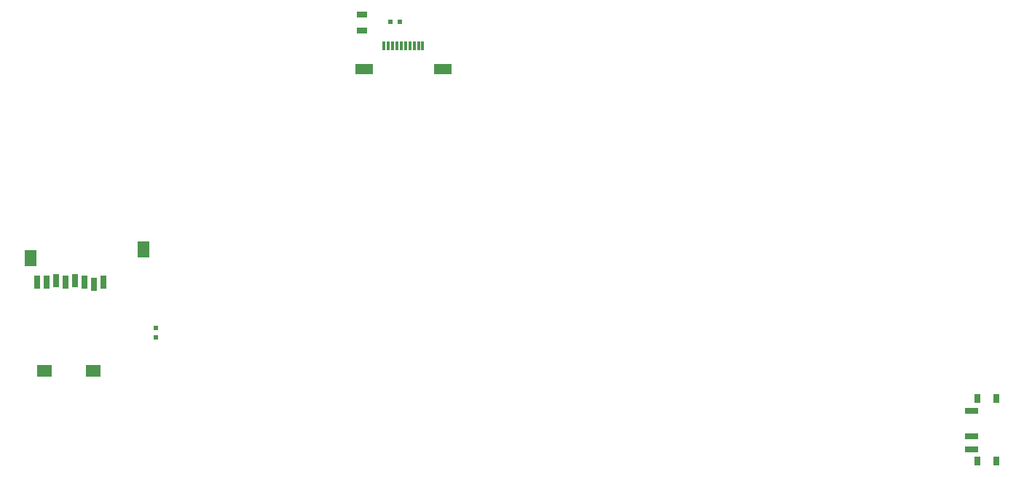
<source format=gbp>
G04 #@! TF.FileFunction,Paste,Bot*
%FSLAX46Y46*%
G04 Gerber Fmt 4.6, Leading zero omitted, Abs format (unit mm)*
G04 Created by KiCad (PCBNEW 4.0.6-e0-6349~52~ubuntu16.10.1) date Sat Jun 17 22:57:17 2017*
%MOMM*%
%LPD*%
G01*
G04 APERTURE LIST*
%ADD10C,0.100000*%
%ADD11R,0.500000X0.600000*%
%ADD12R,0.600000X0.500000*%
%ADD13R,1.300000X0.700000*%
%ADD14R,1.399540X1.899920*%
%ADD15R,0.797560X1.498600*%
%ADD16R,1.798320X1.399540*%
%ADD17R,1.500000X0.700000*%
%ADD18R,0.800000X1.000000*%
%ADD19R,0.300000X1.000000*%
%ADD20R,2.000000X1.300000*%
G04 APERTURE END LIST*
D10*
D11*
X108200000Y-77400000D03*
X108200000Y-78500000D03*
D12*
X135500000Y-41700000D03*
X136600000Y-41700000D03*
D13*
X132200000Y-40850000D03*
X132200000Y-42750000D03*
D14*
X106786220Y-68199760D03*
X93639180Y-69200520D03*
D15*
X102138020Y-72050400D03*
X101038200Y-72251060D03*
X99940920Y-72050400D03*
X98841100Y-71849740D03*
X97741280Y-72050400D03*
X96638920Y-71849740D03*
X95539100Y-72050400D03*
X94439280Y-72050400D03*
D16*
X95239380Y-82347560D03*
X100936600Y-82347560D03*
D17*
X203075000Y-87000000D03*
X203075000Y-90000000D03*
X203075000Y-91500000D03*
D18*
X205925000Y-85600000D03*
X205925000Y-92900000D03*
X203725000Y-92900000D03*
X203725000Y-85600000D03*
D19*
X137250000Y-44500000D03*
X137750000Y-44500000D03*
X138750000Y-44500000D03*
X138250000Y-44500000D03*
X139250000Y-44500000D03*
X136750000Y-44500000D03*
X134750000Y-44500000D03*
X136250000Y-44500000D03*
X135750000Y-44500000D03*
X135250000Y-44500000D03*
D20*
X141550000Y-47200000D03*
X132450000Y-47200000D03*
M02*

</source>
